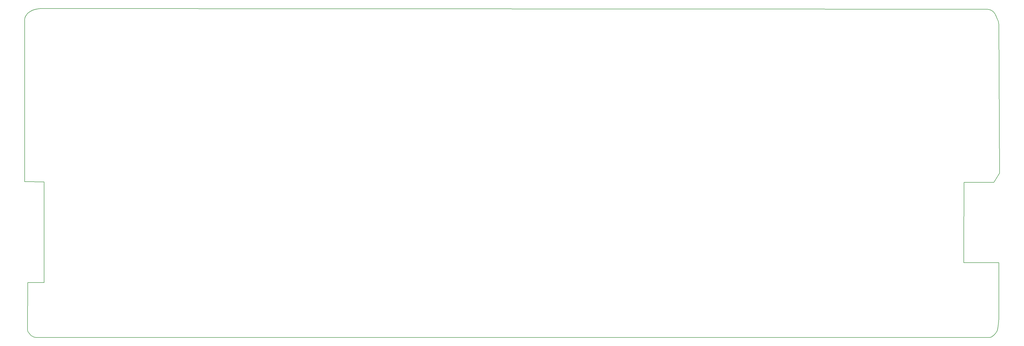
<source format=gbr>
G04 #@! TF.FileFunction,Profile,NP*
%FSLAX46Y46*%
G04 Gerber Fmt 4.6, Leading zero omitted, Abs format (unit mm)*
G04 Created by KiCad (PCBNEW 4.0.7) date Thu Sep  6 10:03:13 2018*
%MOMM*%
%LPD*%
G01*
G04 APERTURE LIST*
%ADD10C,0.150000*%
G04 APERTURE END LIST*
D10*
X364250000Y-115500000D02*
X376800000Y-115500000D01*
X364250000Y-103440000D02*
X364350000Y-94510000D01*
X364250000Y-115500000D02*
X364250000Y-103450000D01*
X364350000Y-94500000D02*
X364350000Y-86800000D01*
X28950000Y-28000000D02*
X28870000Y-28550000D01*
X29150000Y-27500000D02*
X28950000Y-28000000D01*
X29470000Y-26970000D02*
X29150000Y-27500000D01*
X29920000Y-26430000D02*
X29470000Y-26980000D01*
X30440000Y-25970000D02*
X29920000Y-26430000D01*
X31000000Y-25600000D02*
X30440000Y-25970000D01*
X31500000Y-25300000D02*
X31000000Y-25600000D01*
X32000000Y-25100000D02*
X31500000Y-25300000D01*
X32500000Y-24950000D02*
X32000000Y-25100000D01*
X33400000Y-24750000D02*
X32500000Y-24950000D01*
X34450000Y-24650000D02*
X33400000Y-24750000D01*
X35500000Y-24600000D02*
X34450000Y-24650000D01*
X371050000Y-24850000D02*
X35500000Y-24600000D01*
X372600000Y-24900000D02*
X371050000Y-24850000D01*
X373600000Y-25050000D02*
X372600000Y-24900000D01*
X374200000Y-25300000D02*
X373600000Y-25050000D01*
X374850000Y-25800000D02*
X374200000Y-25300000D01*
X375300000Y-26350000D02*
X374850000Y-25800000D01*
X375550000Y-26750000D02*
X375300000Y-26350000D01*
X375950000Y-27700000D02*
X375550000Y-26750000D01*
X376200000Y-28350000D02*
X375950000Y-27700000D01*
X376500000Y-29050000D02*
X376200000Y-28350000D01*
X376700000Y-29750000D02*
X376500000Y-29050000D01*
X376800000Y-30500000D02*
X376700000Y-29750000D01*
X377000000Y-83450000D02*
X376800000Y-30500000D01*
X375050000Y-86800000D02*
X377000000Y-83450000D01*
X364350000Y-86800000D02*
X375050000Y-86800000D01*
X376750000Y-135500000D02*
X376800000Y-115500000D01*
X376650000Y-137300000D02*
X376750000Y-135500000D01*
X376450000Y-138650000D02*
X376650000Y-137300000D01*
X376250000Y-139550000D02*
X376450000Y-138650000D01*
X376000000Y-140150000D02*
X376250000Y-139550000D01*
X375700000Y-140650000D02*
X376000000Y-140150000D01*
X375300000Y-141150000D02*
X375700000Y-140650000D01*
X374850000Y-141550000D02*
X375300000Y-141150000D01*
X374350000Y-141900000D02*
X374850000Y-141550000D01*
X374000000Y-142100000D02*
X374350000Y-141900000D01*
X373450000Y-142250000D02*
X374000000Y-142100000D01*
X32900000Y-142250000D02*
X373450000Y-142250000D01*
X32150000Y-142050000D02*
X32900000Y-142250000D01*
X31700000Y-141820000D02*
X32150000Y-142050000D01*
X31200000Y-141550000D02*
X31690000Y-141820000D01*
X30800000Y-141150000D02*
X31200000Y-141550000D01*
X30400000Y-140600000D02*
X30800000Y-141150000D01*
X30100000Y-140150000D02*
X30400000Y-140600000D01*
X29950000Y-139490000D02*
X30100000Y-140150000D01*
X30000000Y-122600000D02*
X29950000Y-139500000D01*
X35800000Y-122600000D02*
X30000000Y-122600000D01*
X35800000Y-86600000D02*
X35800000Y-122600000D01*
X28900000Y-86550000D02*
X35800000Y-86600000D01*
X28870000Y-28550000D02*
X28900000Y-86550000D01*
M02*

</source>
